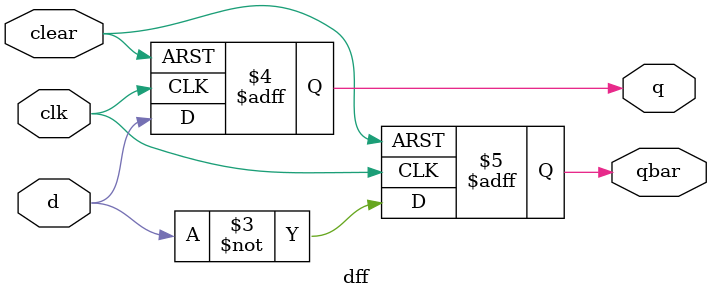
<source format=v>
`timescale 1ps/1ps

module dff (
    output reg q, qbar,
    input d, clk, clear
);
    always @(posedge clk or negedge clear) begin
        if (clear==1'b0)
            begin q<=1'b0; qbar<=1'b1; end
        else 
            begin q<=d; qbar<=~d; end
    end
    
endmodule
</source>
